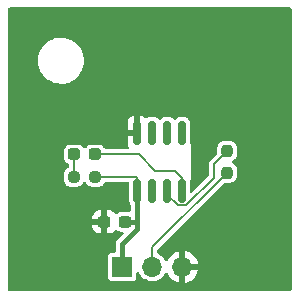
<source format=gbr>
G04 #@! TF.GenerationSoftware,KiCad,Pcbnew,(6.0.6)*
G04 #@! TF.CreationDate,2022-08-12T14:10:59+09:00*
G04 #@! TF.ProjectId,tutorial1,7475746f-7269-4616-9c31-2e6b69636164,1*
G04 #@! TF.SameCoordinates,PX7bfa480PY7bfa480*
G04 #@! TF.FileFunction,Copper,L1,Top*
G04 #@! TF.FilePolarity,Positive*
%FSLAX46Y46*%
G04 Gerber Fmt 4.6, Leading zero omitted, Abs format (unit mm)*
G04 Created by KiCad (PCBNEW (6.0.6)) date 2022-08-12 14:10:59*
%MOMM*%
%LPD*%
G01*
G04 APERTURE LIST*
G04 Aperture macros list*
%AMRoundRect*
0 Rectangle with rounded corners*
0 $1 Rounding radius*
0 $2 $3 $4 $5 $6 $7 $8 $9 X,Y pos of 4 corners*
0 Add a 4 corners polygon primitive as box body*
4,1,4,$2,$3,$4,$5,$6,$7,$8,$9,$2,$3,0*
0 Add four circle primitives for the rounded corners*
1,1,$1+$1,$2,$3*
1,1,$1+$1,$4,$5*
1,1,$1+$1,$6,$7*
1,1,$1+$1,$8,$9*
0 Add four rect primitives between the rounded corners*
20,1,$1+$1,$2,$3,$4,$5,0*
20,1,$1+$1,$4,$5,$6,$7,0*
20,1,$1+$1,$6,$7,$8,$9,0*
20,1,$1+$1,$8,$9,$2,$3,0*%
G04 Aperture macros list end*
G04 #@! TA.AperFunction,SMDPad,CuDef*
%ADD10RoundRect,0.237500X0.250000X0.237500X-0.250000X0.237500X-0.250000X-0.237500X0.250000X-0.237500X0*%
G04 #@! TD*
G04 #@! TA.AperFunction,SMDPad,CuDef*
%ADD11RoundRect,0.237500X0.300000X0.237500X-0.300000X0.237500X-0.300000X-0.237500X0.300000X-0.237500X0*%
G04 #@! TD*
G04 #@! TA.AperFunction,SMDPad,CuDef*
%ADD12RoundRect,0.237500X0.287500X0.237500X-0.287500X0.237500X-0.287500X-0.237500X0.287500X-0.237500X0*%
G04 #@! TD*
G04 #@! TA.AperFunction,ComponentPad*
%ADD13R,1.700000X1.700000*%
G04 #@! TD*
G04 #@! TA.AperFunction,ComponentPad*
%ADD14O,1.700000X1.700000*%
G04 #@! TD*
G04 #@! TA.AperFunction,SMDPad,CuDef*
%ADD15RoundRect,0.237500X-0.237500X0.250000X-0.237500X-0.250000X0.237500X-0.250000X0.237500X0.250000X0*%
G04 #@! TD*
G04 #@! TA.AperFunction,SMDPad,CuDef*
%ADD16RoundRect,0.150000X0.150000X-0.825000X0.150000X0.825000X-0.150000X0.825000X-0.150000X-0.825000X0*%
G04 #@! TD*
G04 #@! TA.AperFunction,ViaPad*
%ADD17C,0.605000*%
G04 #@! TD*
G04 #@! TA.AperFunction,Conductor*
%ADD18C,0.152400*%
G04 #@! TD*
G04 #@! TA.AperFunction,Conductor*
%ADD19C,0.200000*%
G04 #@! TD*
G04 #@! TA.AperFunction,Conductor*
%ADD20C,0.400000*%
G04 #@! TD*
G04 APERTURE END LIST*
D10*
X7897500Y10160000D03*
X6072500Y10160000D03*
D11*
X10387500Y6350000D03*
X8662500Y6350000D03*
D12*
X7860000Y12065000D03*
X6110000Y12065000D03*
D13*
X10175000Y2540000D03*
D14*
X12715000Y2540000D03*
X15255000Y2540000D03*
D15*
X19050000Y12342500D03*
X19050000Y10517500D03*
D16*
X11430000Y8955000D03*
X12700000Y8955000D03*
X13970000Y8955000D03*
X15240000Y8955000D03*
X15240000Y13905000D03*
X13970000Y13905000D03*
X12700000Y13905000D03*
X11430000Y13905000D03*
D17*
X3175000Y10795000D03*
X21590000Y20320000D03*
X21590000Y3810000D03*
X21590000Y13970000D03*
X3175000Y3810000D03*
X12065000Y20320000D03*
D18*
X13970000Y8659700D02*
X14885700Y7744000D01*
X15592300Y7744000D02*
X17942400Y10094100D01*
X17942400Y10094100D02*
X17942400Y11234900D01*
X14885700Y7744000D02*
X15592300Y7744000D01*
X13970000Y8955000D02*
X13970000Y8659700D01*
X17942400Y11234900D02*
X19050000Y12342500D01*
X19050000Y10517500D02*
X12715000Y4182500D01*
X12715000Y4182500D02*
X12715000Y2540000D01*
D19*
X7898000Y10160000D02*
X11430000Y10160000D01*
D20*
X10175000Y2540000D02*
X10175000Y3795000D01*
X10175000Y3795000D02*
X10160000Y3810000D01*
X10160000Y3810000D02*
X10160000Y4445000D01*
D18*
X10388000Y6350000D02*
X10387500Y6350000D01*
D19*
X11430000Y10160000D02*
X11430000Y8955000D01*
D18*
X7898000Y10160000D02*
X7897500Y10160000D01*
D20*
X11430000Y5715000D02*
X11430000Y6350000D01*
X10160000Y4445000D02*
X11430000Y5715000D01*
X11430000Y6350000D02*
X11430000Y8955000D01*
X10388000Y6350000D02*
X11430000Y6350000D01*
D18*
X6110000Y12065000D02*
X6072500Y12027500D01*
X6072500Y12027500D02*
X6072500Y10160000D01*
X11557000Y12065000D02*
X7860000Y12065000D01*
X15240000Y10058710D02*
X14630710Y10668000D01*
X14630710Y10668000D02*
X12954000Y10668000D01*
X12954000Y10668000D02*
X11557000Y12065000D01*
X15240000Y8955000D02*
X15240000Y10058710D01*
G04 #@! TA.AperFunction,Conductor*
G36*
X24442121Y24479998D02*
G01*
X24488614Y24426342D01*
X24500000Y24374000D01*
X24500000Y626000D01*
X24479998Y557879D01*
X24426342Y511386D01*
X24374000Y500000D01*
X626000Y500000D01*
X557879Y520002D01*
X511386Y573658D01*
X500000Y626000D01*
X500000Y6066234D01*
X7617000Y6066234D01*
X7617337Y6059718D01*
X7627075Y5965868D01*
X7629968Y5952472D01*
X7680488Y5801047D01*
X7686653Y5787885D01*
X7770426Y5652508D01*
X7779460Y5641110D01*
X7892129Y5528637D01*
X7903540Y5519625D01*
X8039063Y5436088D01*
X8052241Y5429944D01*
X8203766Y5379685D01*
X8217132Y5376819D01*
X8309770Y5367328D01*
X8316185Y5367000D01*
X8390385Y5367000D01*
X8405624Y5371475D01*
X8406829Y5372865D01*
X8408500Y5380548D01*
X8408500Y6077885D01*
X8404025Y6093124D01*
X8402635Y6094329D01*
X8394952Y6096000D01*
X7635115Y6096000D01*
X7619876Y6091525D01*
X7618671Y6090135D01*
X7617000Y6082452D01*
X7617000Y6066234D01*
X500000Y6066234D01*
X500000Y6622115D01*
X7617000Y6622115D01*
X7621475Y6606876D01*
X7622865Y6605671D01*
X7630548Y6604000D01*
X8390385Y6604000D01*
X8405624Y6608475D01*
X8406829Y6609865D01*
X8408500Y6617548D01*
X8408500Y7314885D01*
X8404025Y7330124D01*
X8402635Y7331329D01*
X8394952Y7333000D01*
X8316234Y7333000D01*
X8309718Y7332663D01*
X8215868Y7322925D01*
X8202472Y7320032D01*
X8051047Y7269512D01*
X8037885Y7263347D01*
X7902508Y7179574D01*
X7891110Y7170540D01*
X7778637Y7057871D01*
X7769625Y7046460D01*
X7686088Y6910937D01*
X7679944Y6897759D01*
X7629685Y6746234D01*
X7626819Y6732868D01*
X7617328Y6640230D01*
X7617000Y6633815D01*
X7617000Y6622115D01*
X500000Y6622115D01*
X500000Y9883960D01*
X5234500Y9883960D01*
X5249635Y9769001D01*
X5308883Y9625963D01*
X5403133Y9503133D01*
X5525963Y9408883D01*
X5669001Y9349635D01*
X5783960Y9334500D01*
X6361040Y9334500D01*
X6475999Y9349635D01*
X6619037Y9408883D01*
X6741867Y9503133D01*
X6836117Y9625963D01*
X6868591Y9704363D01*
X6913139Y9759644D01*
X6980502Y9782065D01*
X7049294Y9764507D01*
X7097672Y9712545D01*
X7101407Y9704367D01*
X7133883Y9625963D01*
X7228133Y9503133D01*
X7350963Y9408883D01*
X7494001Y9349635D01*
X7608960Y9334500D01*
X8186040Y9334500D01*
X8300999Y9349635D01*
X8444037Y9408883D01*
X8566867Y9503133D01*
X8661117Y9625963D01*
X8664278Y9633593D01*
X8668406Y9640744D01*
X8670022Y9639811D01*
X8708052Y9687001D01*
X8779910Y9709500D01*
X10653500Y9709500D01*
X10721621Y9689498D01*
X10768114Y9635842D01*
X10779500Y9583500D01*
X10779501Y8831779D01*
X10779501Y8082624D01*
X10786149Y8021420D01*
X10836474Y7887176D01*
X10841854Y7879997D01*
X10841856Y7879994D01*
X10854326Y7863356D01*
X10879174Y7796849D01*
X10879500Y7787791D01*
X10879500Y7298972D01*
X10859498Y7230851D01*
X10805842Y7184358D01*
X10737053Y7174050D01*
X10726040Y7175500D01*
X10048960Y7175500D01*
X9934001Y7160365D01*
X9790963Y7101117D01*
X9784412Y7096090D01*
X9715872Y7043498D01*
X9649651Y7017898D01*
X9580103Y7032163D01*
X9550150Y7054288D01*
X9432871Y7171363D01*
X9421460Y7180375D01*
X9285937Y7263912D01*
X9272759Y7270056D01*
X9121234Y7320315D01*
X9107868Y7323181D01*
X9015230Y7332672D01*
X9008815Y7333000D01*
X8934615Y7333000D01*
X8919376Y7328525D01*
X8918171Y7327135D01*
X8916500Y7319452D01*
X8916500Y5385115D01*
X8920975Y5369876D01*
X8922365Y5368671D01*
X8930048Y5367000D01*
X9008766Y5367000D01*
X9015282Y5367337D01*
X9109132Y5377075D01*
X9122528Y5379968D01*
X9273953Y5430488D01*
X9287115Y5436653D01*
X9422492Y5520426D01*
X9433890Y5529460D01*
X9549876Y5645648D01*
X9612159Y5679727D01*
X9682979Y5674724D01*
X9715752Y5656593D01*
X9784408Y5603912D01*
X9784412Y5603910D01*
X9790963Y5598883D01*
X9934001Y5539635D01*
X10048960Y5524500D01*
X10156784Y5524500D01*
X10224905Y5504498D01*
X10271398Y5450842D01*
X10281502Y5380568D01*
X10252008Y5315988D01*
X10245880Y5309405D01*
X9781346Y4844870D01*
X9777537Y4841218D01*
X9731844Y4799201D01*
X9708901Y4762198D01*
X9702200Y4752448D01*
X9675888Y4717783D01*
X9670354Y4703805D01*
X9660293Y4683801D01*
X9652365Y4671014D01*
X9649968Y4662763D01*
X9649967Y4662761D01*
X9640225Y4629228D01*
X9636380Y4617998D01*
X9620364Y4577547D01*
X9619466Y4569006D01*
X9619466Y4569005D01*
X9618792Y4562592D01*
X9614480Y4540617D01*
X9610285Y4526175D01*
X9609500Y4515485D01*
X9609500Y4480783D01*
X9608810Y4467613D01*
X9604599Y4427546D01*
X9606031Y4419081D01*
X9606031Y4419072D01*
X9607735Y4409000D01*
X9609500Y4387987D01*
X9609500Y3866500D01*
X9589498Y3798379D01*
X9535842Y3751886D01*
X9483500Y3740500D01*
X9291782Y3740500D01*
X9287232Y3739830D01*
X9287229Y3739830D01*
X9232574Y3731784D01*
X9232573Y3731784D01*
X9222888Y3730358D01*
X9172992Y3705860D01*
X9127493Y3683522D01*
X9127491Y3683521D01*
X9118145Y3678932D01*
X9035707Y3596350D01*
X8984464Y3491518D01*
X8974500Y3423218D01*
X8974500Y1656782D01*
X8975170Y1652232D01*
X8975170Y1652229D01*
X8983216Y1597574D01*
X8984642Y1587888D01*
X9036068Y1483145D01*
X9118650Y1400707D01*
X9128006Y1396134D01*
X9128007Y1396133D01*
X9160460Y1380270D01*
X9223482Y1349464D01*
X9247597Y1345946D01*
X9287256Y1340160D01*
X9287260Y1340160D01*
X9291782Y1339500D01*
X11058218Y1339500D01*
X11062768Y1340170D01*
X11062771Y1340170D01*
X11117426Y1348216D01*
X11117427Y1348216D01*
X11127112Y1349642D01*
X11221804Y1396133D01*
X11222507Y1396478D01*
X11222509Y1396479D01*
X11231855Y1401068D01*
X11314293Y1483650D01*
X11320432Y1496208D01*
X11344965Y1546398D01*
X11365536Y1588482D01*
X11375500Y1656782D01*
X11375500Y2003638D01*
X11395502Y2071759D01*
X11449158Y2118252D01*
X11519432Y2128356D01*
X11584012Y2098862D01*
X11615926Y2056389D01*
X11670883Y1937179D01*
X11798222Y1756998D01*
X11956264Y1603039D01*
X11961060Y1599834D01*
X11961063Y1599832D01*
X12045261Y1543573D01*
X12139717Y1480460D01*
X12145020Y1478182D01*
X12145023Y1478180D01*
X12308221Y1408065D01*
X12342436Y1393365D01*
X12422088Y1375342D01*
X12551995Y1345946D01*
X12552001Y1345945D01*
X12557632Y1344671D01*
X12563403Y1344444D01*
X12563405Y1344444D01*
X12631211Y1341780D01*
X12778098Y1336009D01*
X12900524Y1353760D01*
X12990738Y1366840D01*
X12990743Y1366841D01*
X12996452Y1367669D01*
X13001916Y1369524D01*
X13001921Y1369525D01*
X13199907Y1436732D01*
X13199912Y1436734D01*
X13205379Y1438590D01*
X13397884Y1546398D01*
X13417987Y1563117D01*
X13563086Y1683796D01*
X13567518Y1687482D01*
X13708602Y1857116D01*
X13788020Y1998927D01*
X13838754Y2048586D01*
X13908286Y2062934D01*
X13974537Y2037412D01*
X14014695Y1984762D01*
X14036770Y1930397D01*
X14041413Y1921206D01*
X14152694Y1739612D01*
X14158777Y1731301D01*
X14298213Y1570333D01*
X14305580Y1563117D01*
X14469434Y1427084D01*
X14477881Y1421169D01*
X14661756Y1313721D01*
X14671042Y1309271D01*
X14870001Y1233297D01*
X14879899Y1230421D01*
X14983250Y1209394D01*
X14997299Y1210590D01*
X15001000Y1220935D01*
X15001000Y1221483D01*
X15509000Y1221483D01*
X15513064Y1207641D01*
X15526478Y1205607D01*
X15533184Y1206466D01*
X15543262Y1208608D01*
X15747255Y1269809D01*
X15756842Y1273567D01*
X15948095Y1367261D01*
X15956945Y1372536D01*
X16130328Y1496208D01*
X16138200Y1502861D01*
X16289052Y1653188D01*
X16295730Y1661035D01*
X16420003Y1833980D01*
X16425313Y1842817D01*
X16519670Y2033733D01*
X16523469Y2043328D01*
X16585377Y2247090D01*
X16587555Y2257163D01*
X16588986Y2268038D01*
X16586775Y2282222D01*
X16573617Y2286000D01*
X15527115Y2286000D01*
X15511876Y2281525D01*
X15510671Y2280135D01*
X15509000Y2272452D01*
X15509000Y1221483D01*
X15001000Y1221483D01*
X15001000Y2812115D01*
X15509000Y2812115D01*
X15513475Y2796876D01*
X15514865Y2795671D01*
X15522548Y2794000D01*
X16573344Y2794000D01*
X16586875Y2797973D01*
X16588180Y2807053D01*
X16546214Y2974125D01*
X16542894Y2983876D01*
X16457972Y3179186D01*
X16453105Y3188261D01*
X16337426Y3367074D01*
X16331136Y3375243D01*
X16187806Y3532760D01*
X16180273Y3539785D01*
X16013139Y3671778D01*
X16004552Y3677483D01*
X15818117Y3780401D01*
X15808705Y3784631D01*
X15607959Y3855720D01*
X15597988Y3858354D01*
X15526837Y3871028D01*
X15513540Y3869568D01*
X15509000Y3855011D01*
X15509000Y2812115D01*
X15001000Y2812115D01*
X15001000Y3856898D01*
X14997082Y3870242D01*
X14982806Y3872229D01*
X14944324Y3866340D01*
X14934288Y3863949D01*
X14731868Y3797788D01*
X14722359Y3793791D01*
X14533463Y3695458D01*
X14524738Y3689964D01*
X14354433Y3562095D01*
X14346726Y3555252D01*
X14199590Y3401283D01*
X14193104Y3393273D01*
X14073098Y3217351D01*
X14068000Y3208377D01*
X14012066Y3087878D01*
X13965242Y3034511D01*
X13896998Y3014930D01*
X13829003Y3035354D01*
X13784773Y3085199D01*
X13764324Y3126665D01*
X13745535Y3164767D01*
X13745532Y3164771D01*
X13742980Y3169947D01*
X13610967Y3346733D01*
X13513586Y3436751D01*
X13453189Y3492582D01*
X13453186Y3492584D01*
X13448949Y3496501D01*
X13262350Y3614236D01*
X13221010Y3630729D01*
X13165150Y3674550D01*
X13141700Y3747759D01*
X13141700Y3953565D01*
X13161702Y4021686D01*
X13178605Y4042660D01*
X18778540Y9642595D01*
X18840852Y9676621D01*
X18867635Y9679500D01*
X19326040Y9679500D01*
X19440999Y9694635D01*
X19584037Y9753883D01*
X19706867Y9848133D01*
X19801117Y9970963D01*
X19860365Y10114001D01*
X19875500Y10228960D01*
X19875500Y10806040D01*
X19860365Y10920999D01*
X19801117Y11064037D01*
X19706867Y11186867D01*
X19584037Y11281117D01*
X19505637Y11313591D01*
X19450356Y11358139D01*
X19427935Y11425502D01*
X19445493Y11494294D01*
X19497455Y11542672D01*
X19505637Y11546409D01*
X19584037Y11578883D01*
X19706867Y11673133D01*
X19801117Y11795963D01*
X19860365Y11939001D01*
X19875500Y12053960D01*
X19875500Y12631040D01*
X19860365Y12745999D01*
X19801117Y12889037D01*
X19706867Y13011867D01*
X19584037Y13106117D01*
X19440999Y13165365D01*
X19326040Y13180500D01*
X18773960Y13180500D01*
X18659001Y13165365D01*
X18515963Y13106117D01*
X18393133Y13011867D01*
X18298883Y12889037D01*
X18239635Y12745999D01*
X18224500Y12631040D01*
X18224500Y12172635D01*
X18204498Y12104514D01*
X18187595Y12083539D01*
X17663873Y11559818D01*
X17652783Y11549964D01*
X17635234Y11536130D01*
X17635230Y11536126D01*
X17627835Y11530296D01*
X17596243Y11484585D01*
X17594010Y11481462D01*
X17561038Y11436821D01*
X17558773Y11430371D01*
X17554883Y11424743D01*
X17552045Y11415768D01*
X17552042Y11415763D01*
X17538156Y11371854D01*
X17536903Y11368097D01*
X17521643Y11324645D01*
X17521642Y11324642D01*
X17518523Y11315759D01*
X17518254Y11308923D01*
X17516193Y11302405D01*
X17515700Y11296141D01*
X17515700Y11246380D01*
X17515603Y11241434D01*
X17513486Y11187548D01*
X17515292Y11180737D01*
X17515700Y11173322D01*
X17515700Y10323035D01*
X17495698Y10254914D01*
X17478795Y10233940D01*
X16105595Y8860740D01*
X16043283Y8826714D01*
X15972468Y8831779D01*
X15915632Y8874326D01*
X15890821Y8940846D01*
X15890500Y8949835D01*
X15890499Y9784257D01*
X15910501Y9852378D01*
X15964157Y9898871D01*
X15981000Y9905153D01*
X15983884Y9906000D01*
X16002000Y9906000D01*
X16002000Y12954000D01*
X15989213Y12954000D01*
X15927405Y12987750D01*
X15893380Y13050063D01*
X15890500Y13076846D01*
X15890499Y14773958D01*
X15890499Y14777376D01*
X15888695Y14793986D01*
X15884705Y14830722D01*
X15884704Y14830726D01*
X15883851Y14838580D01*
X15833526Y14972824D01*
X15828146Y14980003D01*
X15828144Y14980006D01*
X15752928Y15080365D01*
X15747546Y15087546D01*
X15715834Y15111313D01*
X15640006Y15168144D01*
X15640003Y15168146D01*
X15632824Y15173526D01*
X15543439Y15207034D01*
X15505975Y15221079D01*
X15505973Y15221079D01*
X15498580Y15223851D01*
X15490730Y15224704D01*
X15490729Y15224704D01*
X15440774Y15230131D01*
X15440773Y15230131D01*
X15437377Y15230500D01*
X15240058Y15230500D01*
X15042624Y15230499D01*
X15039230Y15230130D01*
X15039224Y15230130D01*
X14989278Y15224705D01*
X14989274Y15224704D01*
X14981420Y15223851D01*
X14847176Y15173526D01*
X14839997Y15168146D01*
X14839994Y15168144D01*
X14764166Y15111313D01*
X14732454Y15087546D01*
X14705826Y15052016D01*
X14648966Y15009501D01*
X14578147Y15004477D01*
X14515854Y15038537D01*
X14504174Y15052016D01*
X14477546Y15087546D01*
X14445834Y15111313D01*
X14370006Y15168144D01*
X14370003Y15168146D01*
X14362824Y15173526D01*
X14273439Y15207034D01*
X14235975Y15221079D01*
X14235973Y15221079D01*
X14228580Y15223851D01*
X14220730Y15224704D01*
X14220729Y15224704D01*
X14170774Y15230131D01*
X14170773Y15230131D01*
X14167377Y15230500D01*
X13970058Y15230500D01*
X13772624Y15230499D01*
X13769230Y15230130D01*
X13769224Y15230130D01*
X13719278Y15224705D01*
X13719274Y15224704D01*
X13711420Y15223851D01*
X13577176Y15173526D01*
X13569997Y15168146D01*
X13569994Y15168144D01*
X13494166Y15111313D01*
X13462454Y15087546D01*
X13435826Y15052016D01*
X13378966Y15009501D01*
X13308147Y15004477D01*
X13245854Y15038537D01*
X13234174Y15052016D01*
X13207546Y15087546D01*
X13175834Y15111313D01*
X13100006Y15168144D01*
X13100003Y15168146D01*
X13092824Y15173526D01*
X13003439Y15207034D01*
X12965975Y15221079D01*
X12965973Y15221079D01*
X12958580Y15223851D01*
X12950730Y15224704D01*
X12950729Y15224704D01*
X12900774Y15230131D01*
X12900773Y15230131D01*
X12897377Y15230500D01*
X12700058Y15230500D01*
X12502624Y15230499D01*
X12499230Y15230130D01*
X12499224Y15230130D01*
X12449278Y15224705D01*
X12449274Y15224704D01*
X12441420Y15223851D01*
X12307176Y15173526D01*
X12299994Y15168143D01*
X12257322Y15136162D01*
X12190816Y15111313D01*
X12121433Y15126365D01*
X12092661Y15147892D01*
X11992104Y15248449D01*
X11979678Y15258089D01*
X11850221Y15334648D01*
X11835790Y15340893D01*
X11701395Y15379939D01*
X11687294Y15379899D01*
X11684000Y15372630D01*
X11684000Y13777000D01*
X11663998Y13708879D01*
X11610342Y13662386D01*
X11558000Y13651000D01*
X10640116Y13651000D01*
X10624877Y13646525D01*
X10623672Y13645135D01*
X10622001Y13637452D01*
X10622001Y13016016D01*
X10622195Y13011080D01*
X10624430Y12982664D01*
X10626730Y12970069D01*
X10669107Y12824210D01*
X10675352Y12809779D01*
X10751015Y12681839D01*
X10768474Y12613023D01*
X10745957Y12545691D01*
X10690613Y12501222D01*
X10642561Y12491700D01*
X8789768Y12491700D01*
X8721647Y12511702D01*
X8673359Y12569482D01*
X8672132Y12572445D01*
X8661117Y12599037D01*
X8566867Y12721867D01*
X8444037Y12816117D01*
X8300999Y12875365D01*
X8186040Y12890500D01*
X7533960Y12890500D01*
X7419001Y12875365D01*
X7275963Y12816117D01*
X7153133Y12721867D01*
X7148111Y12715322D01*
X7148107Y12715318D01*
X7084963Y12633026D01*
X7027625Y12591158D01*
X6956754Y12586936D01*
X6894851Y12621700D01*
X6885037Y12633026D01*
X6821893Y12715318D01*
X6821889Y12715322D01*
X6816867Y12721867D01*
X6694037Y12816117D01*
X6550999Y12875365D01*
X6436040Y12890500D01*
X5783960Y12890500D01*
X5669001Y12875365D01*
X5525963Y12816117D01*
X5403133Y12721867D01*
X5308883Y12599037D01*
X5249635Y12455999D01*
X5234500Y12341040D01*
X5234500Y11788960D01*
X5249635Y11674001D01*
X5308883Y11530963D01*
X5403133Y11408133D01*
X5525963Y11313883D01*
X5568019Y11296463D01*
X5623299Y11251914D01*
X5645800Y11180054D01*
X5645800Y11044946D01*
X5625798Y10976825D01*
X5568019Y10928537D01*
X5525963Y10911117D01*
X5403133Y10816867D01*
X5308883Y10694037D01*
X5249635Y10550999D01*
X5234500Y10436040D01*
X5234500Y9883960D01*
X500000Y9883960D01*
X500000Y14177115D01*
X10622000Y14177115D01*
X10626475Y14161876D01*
X10627865Y14160671D01*
X10635548Y14159000D01*
X11157885Y14159000D01*
X11173124Y14163475D01*
X11174329Y14164865D01*
X11176000Y14172548D01*
X11176000Y15366878D01*
X11172027Y15380409D01*
X11164129Y15381544D01*
X11024210Y15340893D01*
X11009779Y15334648D01*
X10880322Y15258089D01*
X10867896Y15248449D01*
X10761551Y15142104D01*
X10751911Y15129678D01*
X10675352Y15000221D01*
X10669107Y14985790D01*
X10626731Y14839935D01*
X10624430Y14827333D01*
X10622193Y14798916D01*
X10622000Y14793986D01*
X10622000Y14177115D01*
X500000Y14177115D01*
X500000Y20030715D01*
X3044759Y20030715D01*
X3045003Y20026280D01*
X3045003Y20026276D01*
X3048384Y19964853D01*
X3059938Y19754913D01*
X3113825Y19484001D01*
X3205347Y19223384D01*
X3332678Y18978263D01*
X3335261Y18974648D01*
X3335265Y18974642D01*
X3372272Y18922856D01*
X3493275Y18753529D01*
X3683936Y18553665D01*
X3687431Y18550909D01*
X3687433Y18550908D01*
X3735469Y18513040D01*
X3900856Y18382659D01*
X3962559Y18346819D01*
X4135853Y18246161D01*
X4135859Y18246158D01*
X4139707Y18243923D01*
X4395723Y18140226D01*
X4400036Y18139155D01*
X4400041Y18139153D01*
X4659475Y18074709D01*
X4659480Y18074708D01*
X4663796Y18073636D01*
X4668224Y18073182D01*
X4668226Y18073182D01*
X4743339Y18065486D01*
X4899370Y18049500D01*
X5070362Y18049500D01*
X5275530Y18064027D01*
X5279885Y18064965D01*
X5279888Y18064965D01*
X5541215Y18121227D01*
X5541217Y18121227D01*
X5545562Y18122163D01*
X5804709Y18217767D01*
X5853185Y18243923D01*
X6043884Y18346819D01*
X6047800Y18348932D01*
X6269984Y18513040D01*
X6466829Y18706817D01*
X6634406Y18926396D01*
X6769373Y19167396D01*
X6869036Y19425009D01*
X6931407Y19694095D01*
X6955241Y19969285D01*
X6954997Y19973724D01*
X6940307Y20240644D01*
X6940306Y20240651D01*
X6940062Y20245087D01*
X6886175Y20515999D01*
X6794653Y20776616D01*
X6667322Y21021737D01*
X6664739Y21025352D01*
X6664735Y21025358D01*
X6509313Y21242850D01*
X6509310Y21242854D01*
X6506725Y21246471D01*
X6316064Y21446335D01*
X6312567Y21449092D01*
X6102639Y21614586D01*
X6102637Y21614587D01*
X6099144Y21617341D01*
X5986609Y21682706D01*
X5864147Y21753839D01*
X5864141Y21753842D01*
X5860293Y21756077D01*
X5604277Y21859774D01*
X5599964Y21860845D01*
X5599959Y21860847D01*
X5340525Y21925291D01*
X5340520Y21925292D01*
X5336204Y21926364D01*
X5331776Y21926818D01*
X5331774Y21926818D01*
X5251573Y21935035D01*
X5100630Y21950500D01*
X4929638Y21950500D01*
X4724470Y21935973D01*
X4720115Y21935035D01*
X4720112Y21935035D01*
X4458785Y21878773D01*
X4458783Y21878773D01*
X4454438Y21877837D01*
X4195291Y21782233D01*
X4191373Y21780119D01*
X4142668Y21753839D01*
X3952200Y21651068D01*
X3730016Y21486960D01*
X3533171Y21293183D01*
X3365594Y21073604D01*
X3230627Y20832604D01*
X3130964Y20574991D01*
X3068593Y20305905D01*
X3044759Y20030715D01*
X500000Y20030715D01*
X500000Y24374000D01*
X520002Y24442121D01*
X573658Y24488614D01*
X626000Y24500000D01*
X24374000Y24500000D01*
X24442121Y24479998D01*
G37*
G04 #@! TD.AperFunction*
M02*

</source>
